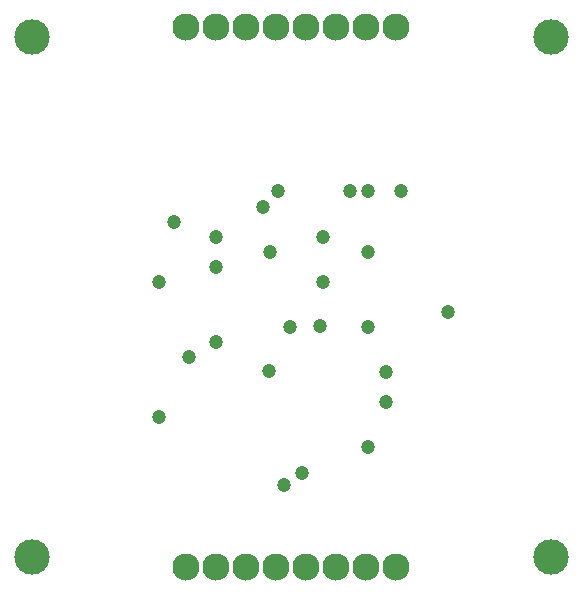
<source format=gbr>
%TF.GenerationSoftware,Altium Limited,Altium Designer,19.1.5 (86)*%
G04 Layer_Color=8388736*
%FSLAX43Y43*%
%MOMM*%
%TF.FileFunction,Soldermask,Top*%
%TF.Part,Single*%
G01*
G75*
%TA.AperFunction,ViaPad*%
%ADD11C,2.300*%
%TA.AperFunction,WasherPad*%
%ADD12C,3.000*%
%TA.AperFunction,ViaPad*%
%ADD13C,1.200*%
D11*
X16110Y47860D02*
D03*
X18650D02*
D03*
X21190D02*
D03*
X23730D02*
D03*
X26270D02*
D03*
X28810D02*
D03*
X31350D02*
D03*
X33890D02*
D03*
Y2140D02*
D03*
X31350D02*
D03*
X28810D02*
D03*
X26270D02*
D03*
X23730D02*
D03*
X21190D02*
D03*
X18650D02*
D03*
X16110D02*
D03*
D12*
X3000Y3000D02*
D03*
X47000D02*
D03*
Y47000D02*
D03*
X3000D02*
D03*
D13*
X13824Y26270D02*
D03*
X16364Y19920D02*
D03*
X18650Y30080D02*
D03*
Y21190D02*
D03*
X24892Y22460D02*
D03*
X38246Y23730D02*
D03*
X34290Y34036D02*
D03*
X23876D02*
D03*
X15094Y31350D02*
D03*
X33020Y18650D02*
D03*
Y16110D02*
D03*
X23114Y18796D02*
D03*
X27432Y22606D02*
D03*
X18650Y27540D02*
D03*
X24384Y9125D02*
D03*
X23222Y28810D02*
D03*
X31475Y22460D02*
D03*
X22585Y32620D02*
D03*
X27665Y26270D02*
D03*
X13824Y14840D02*
D03*
X31496Y34036D02*
D03*
X29972D02*
D03*
X27665Y30080D02*
D03*
X31475Y28810D02*
D03*
X25908Y10160D02*
D03*
X31475Y12340D02*
D03*
%TF.MD5,b433d8ccf542a35b44c481e84cb70347*%
M02*

</source>
